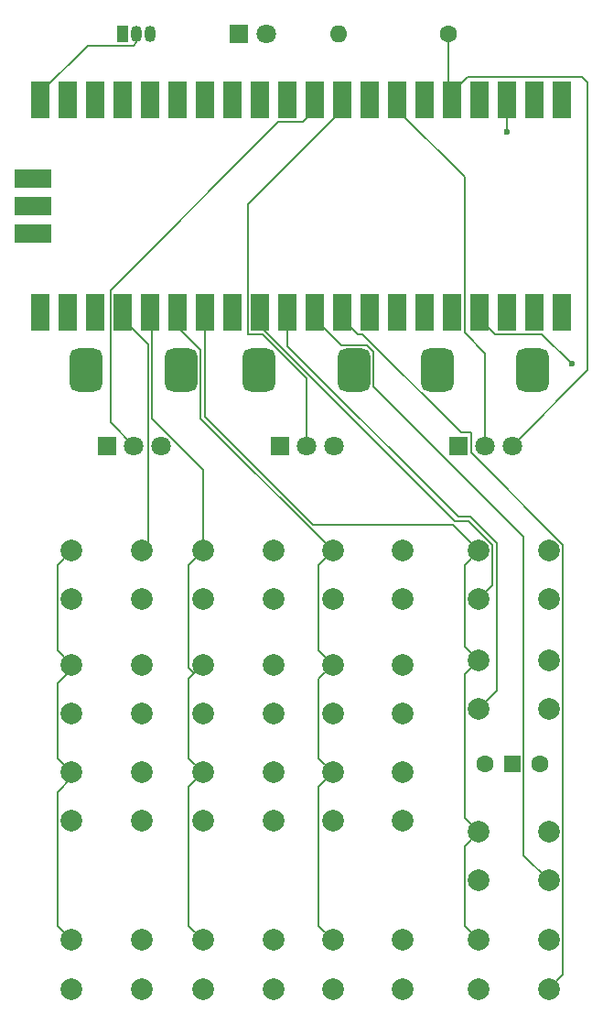
<source format=gbl>
G04 #@! TF.GenerationSoftware,KiCad,Pcbnew,8.0.4*
G04 #@! TF.CreationDate,2024-08-21T22:32:05+02:00*
G04 #@! TF.ProjectId,pixxy,70697878-792e-46b6-9963-61645f706362,rev?*
G04 #@! TF.SameCoordinates,Original*
G04 #@! TF.FileFunction,Copper,L2,Bot*
G04 #@! TF.FilePolarity,Positive*
%FSLAX46Y46*%
G04 Gerber Fmt 4.6, Leading zero omitted, Abs format (unit mm)*
G04 Created by KiCad (PCBNEW 8.0.4) date 2024-08-21 22:32:05*
%MOMM*%
%LPD*%
G01*
G04 APERTURE LIST*
G04 Aperture macros list*
%AMRoundRect*
0 Rectangle with rounded corners*
0 $1 Rounding radius*
0 $2 $3 $4 $5 $6 $7 $8 $9 X,Y pos of 4 corners*
0 Add a 4 corners polygon primitive as box body*
4,1,4,$2,$3,$4,$5,$6,$7,$8,$9,$2,$3,0*
0 Add four circle primitives for the rounded corners*
1,1,$1+$1,$2,$3*
1,1,$1+$1,$4,$5*
1,1,$1+$1,$6,$7*
1,1,$1+$1,$8,$9*
0 Add four rect primitives between the rounded corners*
20,1,$1+$1,$2,$3,$4,$5,0*
20,1,$1+$1,$4,$5,$6,$7,0*
20,1,$1+$1,$6,$7,$8,$9,0*
20,1,$1+$1,$8,$9,$2,$3,0*%
G04 Aperture macros list end*
G04 #@! TA.AperFunction,ComponentPad*
%ADD10R,1.800000X1.800000*%
G04 #@! TD*
G04 #@! TA.AperFunction,ComponentPad*
%ADD11C,1.800000*%
G04 #@! TD*
G04 #@! TA.AperFunction,ComponentPad*
%ADD12RoundRect,0.750000X0.750000X-1.250000X0.750000X1.250000X-0.750000X1.250000X-0.750000X-1.250000X0*%
G04 #@! TD*
G04 #@! TA.AperFunction,ComponentPad*
%ADD13C,2.000000*%
G04 #@! TD*
G04 #@! TA.AperFunction,ComponentPad*
%ADD14R,1.500000X1.500000*%
G04 #@! TD*
G04 #@! TA.AperFunction,ComponentPad*
%ADD15C,1.600000*%
G04 #@! TD*
G04 #@! TA.AperFunction,ComponentPad*
%ADD16R,1.050000X1.500000*%
G04 #@! TD*
G04 #@! TA.AperFunction,ComponentPad*
%ADD17O,1.050000X1.500000*%
G04 #@! TD*
G04 #@! TA.AperFunction,ComponentPad*
%ADD18O,1.600000X1.600000*%
G04 #@! TD*
G04 #@! TA.AperFunction,SMDPad,CuDef*
%ADD19R,1.700000X3.500000*%
G04 #@! TD*
G04 #@! TA.AperFunction,SMDPad,CuDef*
%ADD20R,3.500000X1.700000*%
G04 #@! TD*
G04 #@! TA.AperFunction,ViaPad*
%ADD21C,0.600000*%
G04 #@! TD*
G04 #@! TA.AperFunction,Conductor*
%ADD22C,0.200000*%
G04 #@! TD*
G04 APERTURE END LIST*
D10*
X83000000Y-76550000D03*
D11*
X85500000Y-76550000D03*
X88000000Y-76550000D03*
D12*
X81100000Y-69550000D03*
X89900000Y-69550000D03*
D13*
X59400000Y-86250000D03*
X65900000Y-86250000D03*
X59400000Y-90750000D03*
X65900000Y-90750000D03*
X47250000Y-96800000D03*
X53750000Y-96800000D03*
X47250000Y-101300000D03*
X53750000Y-101300000D03*
D14*
X88000000Y-106000000D03*
D15*
X85460000Y-106000000D03*
X90540000Y-106000000D03*
D13*
X59400000Y-96800000D03*
X65900000Y-96800000D03*
X59400000Y-101300000D03*
X65900000Y-101300000D03*
X84900000Y-112250000D03*
X91400000Y-112250000D03*
X84900000Y-116750000D03*
X91400000Y-116750000D03*
D16*
X52000000Y-38500000D03*
D17*
X53270000Y-38500000D03*
X54540000Y-38500000D03*
D10*
X66500000Y-76550000D03*
D11*
X69000000Y-76550000D03*
X71500000Y-76550000D03*
D12*
X64600000Y-69550000D03*
X73400000Y-69550000D03*
D13*
X84900000Y-86250000D03*
X91400000Y-86250000D03*
X84900000Y-90750000D03*
X91400000Y-90750000D03*
D10*
X62725000Y-38500000D03*
D11*
X65265000Y-38500000D03*
D13*
X71400000Y-122250000D03*
X77900000Y-122250000D03*
X71400000Y-126750000D03*
X77900000Y-126750000D03*
X47250000Y-86250000D03*
X53750000Y-86250000D03*
X47250000Y-90750000D03*
X53750000Y-90750000D03*
X71400000Y-86250000D03*
X77900000Y-86250000D03*
X71400000Y-90750000D03*
X77900000Y-90750000D03*
X59400000Y-106750000D03*
X65900000Y-106750000D03*
X59400000Y-111250000D03*
X65900000Y-111250000D03*
X71400000Y-106750000D03*
X77900000Y-106750000D03*
X71400000Y-111250000D03*
X77900000Y-111250000D03*
X84900000Y-122250000D03*
X91400000Y-122250000D03*
X84900000Y-126750000D03*
X91400000Y-126750000D03*
D10*
X50500000Y-76550000D03*
D11*
X53000000Y-76550000D03*
X55500000Y-76550000D03*
D12*
X48600000Y-69550000D03*
X57400000Y-69550000D03*
D13*
X47250000Y-122250000D03*
X53750000Y-122250000D03*
X47250000Y-126750000D03*
X53750000Y-126750000D03*
X84900000Y-96400000D03*
X91400000Y-96400000D03*
X84900000Y-100900000D03*
X91400000Y-100900000D03*
X71400000Y-96800000D03*
X77900000Y-96800000D03*
X71400000Y-101300000D03*
X77900000Y-101300000D03*
X59400000Y-122250000D03*
X65900000Y-122250000D03*
X59400000Y-126750000D03*
X65900000Y-126750000D03*
D15*
X82080000Y-38500000D03*
D18*
X71920000Y-38500000D03*
D13*
X47250000Y-106750000D03*
X53750000Y-106750000D03*
X47250000Y-111250000D03*
X53750000Y-111250000D03*
D19*
X92630000Y-64180000D03*
X90090000Y-64180000D03*
X87550000Y-64180000D03*
X85010000Y-64180000D03*
X82470000Y-64180000D03*
X79930000Y-64180000D03*
X77390000Y-64180000D03*
X74850000Y-64180000D03*
X72310000Y-64180000D03*
X69770000Y-64180000D03*
X67230000Y-64180000D03*
X64690000Y-64180000D03*
X62150000Y-64180000D03*
X59610000Y-64180000D03*
X57070000Y-64180000D03*
X54530000Y-64180000D03*
X51990000Y-64180000D03*
X49450000Y-64180000D03*
X46910000Y-64180000D03*
X44370000Y-64180000D03*
X44370000Y-44600000D03*
X46910000Y-44600000D03*
X49450000Y-44600000D03*
X51990000Y-44600000D03*
X54530000Y-44600000D03*
X57070000Y-44600000D03*
X59610000Y-44600000D03*
X62150000Y-44600000D03*
X64690000Y-44600000D03*
X67230000Y-44600000D03*
X69770000Y-44600000D03*
X72310000Y-44600000D03*
X74850000Y-44600000D03*
X77390000Y-44600000D03*
X79930000Y-44600000D03*
X82470000Y-44600000D03*
X85010000Y-44600000D03*
X87550000Y-44600000D03*
X90090000Y-44600000D03*
X92630000Y-44600000D03*
D20*
X43700000Y-56930000D03*
X43700000Y-54390000D03*
X43700000Y-51850000D03*
D21*
X87500000Y-47500000D03*
X93500000Y-69000000D03*
D22*
X87550000Y-47450000D02*
X87500000Y-47500000D01*
X87550000Y-45500000D02*
X87550000Y-47450000D01*
X53270000Y-39230000D02*
X53270000Y-38500000D01*
X52950000Y-39550000D02*
X53270000Y-39230000D01*
X44370000Y-45500000D02*
X44370000Y-43940000D01*
X48760000Y-39550000D02*
X52950000Y-39550000D01*
X44370000Y-43940000D02*
X48760000Y-39550000D01*
X50840000Y-62160000D02*
X66350000Y-46650000D01*
X50840000Y-74390000D02*
X50840000Y-62160000D01*
X53000000Y-76550000D02*
X50840000Y-74390000D01*
X66350000Y-46650000D02*
X68620000Y-46650000D01*
X68620000Y-46650000D02*
X69770000Y-45500000D01*
X63540000Y-54270000D02*
X72310000Y-45500000D01*
X64879999Y-66230000D02*
X63540000Y-66230000D01*
X69000000Y-76550000D02*
X69000000Y-70350001D01*
X69000000Y-70350001D02*
X64879999Y-66230000D01*
X63540000Y-66230000D02*
X63540000Y-54270000D01*
X85500000Y-76550000D02*
X85500000Y-68000000D01*
X83620000Y-66120000D02*
X83620000Y-51730000D01*
X85500000Y-68000000D02*
X83620000Y-66120000D01*
X83620000Y-51730000D02*
X77390000Y-45500000D01*
X82707843Y-83492157D02*
X83980635Y-83492157D01*
X64690000Y-65474315D02*
X82707843Y-83492157D01*
X86200000Y-85711522D02*
X86200000Y-89450000D01*
X83980635Y-83492157D02*
X86200000Y-85711522D01*
X64690000Y-63280000D02*
X64690000Y-65474315D01*
X86200000Y-89450000D02*
X84900000Y-90750000D01*
X53750000Y-86250000D02*
X54300000Y-85700000D01*
X54300000Y-85700000D02*
X54300000Y-67150000D01*
X51990000Y-64840000D02*
X51990000Y-63280000D01*
X45950000Y-108550000D02*
X45950000Y-120950000D01*
X45950000Y-120950000D02*
X47250000Y-122250000D01*
X45950000Y-98550000D02*
X45950000Y-105450000D01*
X47250000Y-96800000D02*
X45950000Y-95500000D01*
X47250000Y-107250000D02*
X45950000Y-108550000D01*
X47250000Y-106750000D02*
X47250000Y-107250000D01*
X47250000Y-96800000D02*
X47250000Y-97250000D01*
X45950000Y-95500000D02*
X45950000Y-87550000D01*
X45950000Y-105450000D02*
X47250000Y-106750000D01*
X54300000Y-67150000D02*
X51990000Y-64840000D01*
X45950000Y-87550000D02*
X47250000Y-86250000D01*
X47250000Y-97250000D02*
X45950000Y-98550000D01*
X58600000Y-97600000D02*
X58100000Y-97100000D01*
X58100000Y-120950000D02*
X59400000Y-122250000D01*
X59400000Y-106750000D02*
X58100000Y-108050000D01*
X58600000Y-97600000D02*
X59400000Y-96800000D01*
X59400000Y-106750000D02*
X58100000Y-105450000D01*
X58100000Y-97100000D02*
X58100000Y-87550000D01*
X58100000Y-87550000D02*
X59400000Y-86250000D01*
X59400000Y-86250000D02*
X59400000Y-78752943D01*
X58100000Y-105450000D02*
X58100000Y-98100000D01*
X58100000Y-98100000D02*
X58600000Y-97600000D01*
X54700000Y-63450000D02*
X54530000Y-63280000D01*
X58100000Y-108050000D02*
X58100000Y-120950000D01*
X59400000Y-78752943D02*
X54700000Y-74052943D01*
X54700000Y-74052943D02*
X54700000Y-63450000D01*
X70100000Y-95500000D02*
X71400000Y-96800000D01*
X70100000Y-120950000D02*
X70100000Y-108050000D01*
X59200000Y-67700000D02*
X57070000Y-65570000D01*
X71400000Y-96800000D02*
X70100000Y-98100000D01*
X71400000Y-86250000D02*
X70100000Y-87550000D01*
X70100000Y-87550000D02*
X70100000Y-95500000D01*
X57070000Y-65570000D02*
X57070000Y-63280000D01*
X70100000Y-105450000D02*
X71400000Y-106750000D01*
X71400000Y-122250000D02*
X70100000Y-120950000D01*
X70100000Y-98100000D02*
X70100000Y-105450000D01*
X70100000Y-108050000D02*
X71400000Y-106750000D01*
X59200000Y-74050000D02*
X59200000Y-67700000D01*
X71400000Y-86250000D02*
X59200000Y-74050000D01*
X59600000Y-73884314D02*
X59600000Y-72000000D01*
X82542157Y-83892157D02*
X69607843Y-83892157D01*
X83600000Y-113550000D02*
X84900000Y-112250000D01*
X83600000Y-120950000D02*
X83600000Y-113550000D01*
X83600000Y-110950000D02*
X83600000Y-97700000D01*
X84900000Y-112250000D02*
X83600000Y-110950000D01*
X83600000Y-97700000D02*
X84900000Y-96400000D01*
X84900000Y-122250000D02*
X83600000Y-120950000D01*
X59600000Y-72000000D02*
X59610000Y-71990000D01*
X69607843Y-83892157D02*
X59600000Y-73884314D01*
X59610000Y-71990000D02*
X59610000Y-63280000D01*
X83600000Y-87550000D02*
X84900000Y-86250000D01*
X84900000Y-86250000D02*
X82542157Y-83892157D01*
X84900000Y-96400000D02*
X83600000Y-95100000D01*
X83600000Y-95100000D02*
X83600000Y-87550000D01*
X83910000Y-42500000D02*
X94500000Y-42500000D01*
X82080000Y-38500000D02*
X82080000Y-45110000D01*
X95000000Y-43000000D02*
X95000000Y-69550000D01*
X95000000Y-69550000D02*
X88000000Y-76550000D01*
X82470000Y-43940000D02*
X83910000Y-42500000D01*
X82080000Y-45110000D02*
X82470000Y-45500000D01*
X94500000Y-42500000D02*
X95000000Y-43000000D01*
X82470000Y-45500000D02*
X82470000Y-43940000D01*
X84146321Y-83092157D02*
X83000000Y-83092157D01*
X84900000Y-100900000D02*
X86600000Y-99200000D01*
X86600000Y-85545836D02*
X84146321Y-83092157D01*
X83000000Y-83092157D02*
X67230000Y-67322157D01*
X86600000Y-99200000D02*
X86600000Y-85545836D01*
X67230000Y-67322157D02*
X67230000Y-63280000D01*
X89050000Y-84950000D02*
X89050000Y-114400000D01*
X74584926Y-67250000D02*
X75200000Y-67865074D01*
X69770000Y-64804926D02*
X72215074Y-67250000D01*
X69770000Y-63280000D02*
X69770000Y-64804926D01*
X72215074Y-67250000D02*
X74584926Y-67250000D01*
X89050000Y-114400000D02*
X91400000Y-116750000D01*
X75200000Y-71100000D02*
X89050000Y-84950000D01*
X75200000Y-67865074D02*
X75200000Y-71100000D01*
X92700000Y-125450000D02*
X92700000Y-85711522D01*
X83250612Y-75350000D02*
X74130612Y-66230000D01*
X73700000Y-66230000D02*
X72310000Y-64840000D01*
X84200000Y-77211522D02*
X84200000Y-75350000D01*
X74130612Y-66230000D02*
X73700000Y-66230000D01*
X84200000Y-75350000D02*
X83250612Y-75350000D01*
X91400000Y-126750000D02*
X92700000Y-125450000D01*
X92700000Y-85711522D02*
X84200000Y-77211522D01*
X72310000Y-64840000D02*
X72310000Y-63280000D01*
X85010000Y-64840000D02*
X85010000Y-63280000D01*
X93500000Y-69000000D02*
X90730000Y-66230000D01*
X90730000Y-66230000D02*
X86400000Y-66230000D01*
X86400000Y-66230000D02*
X85010000Y-64840000D01*
M02*

</source>
